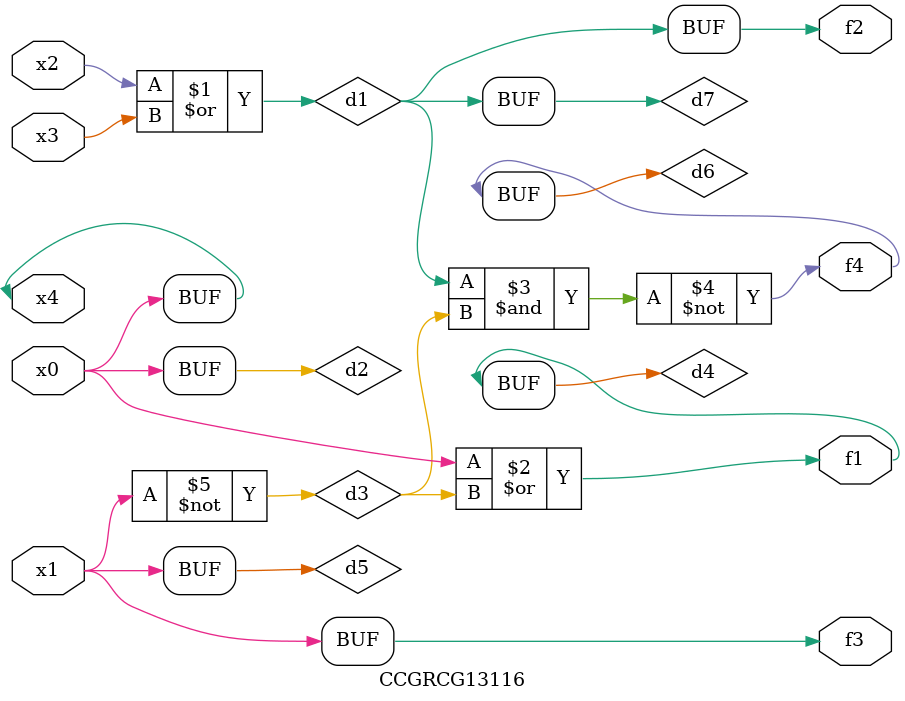
<source format=v>
module CCGRCG13116(
	input x0, x1, x2, x3, x4,
	output f1, f2, f3, f4
);

	wire d1, d2, d3, d4, d5, d6, d7;

	or (d1, x2, x3);
	buf (d2, x0, x4);
	not (d3, x1);
	or (d4, d2, d3);
	not (d5, d3);
	nand (d6, d1, d3);
	or (d7, d1);
	assign f1 = d4;
	assign f2 = d7;
	assign f3 = d5;
	assign f4 = d6;
endmodule

</source>
